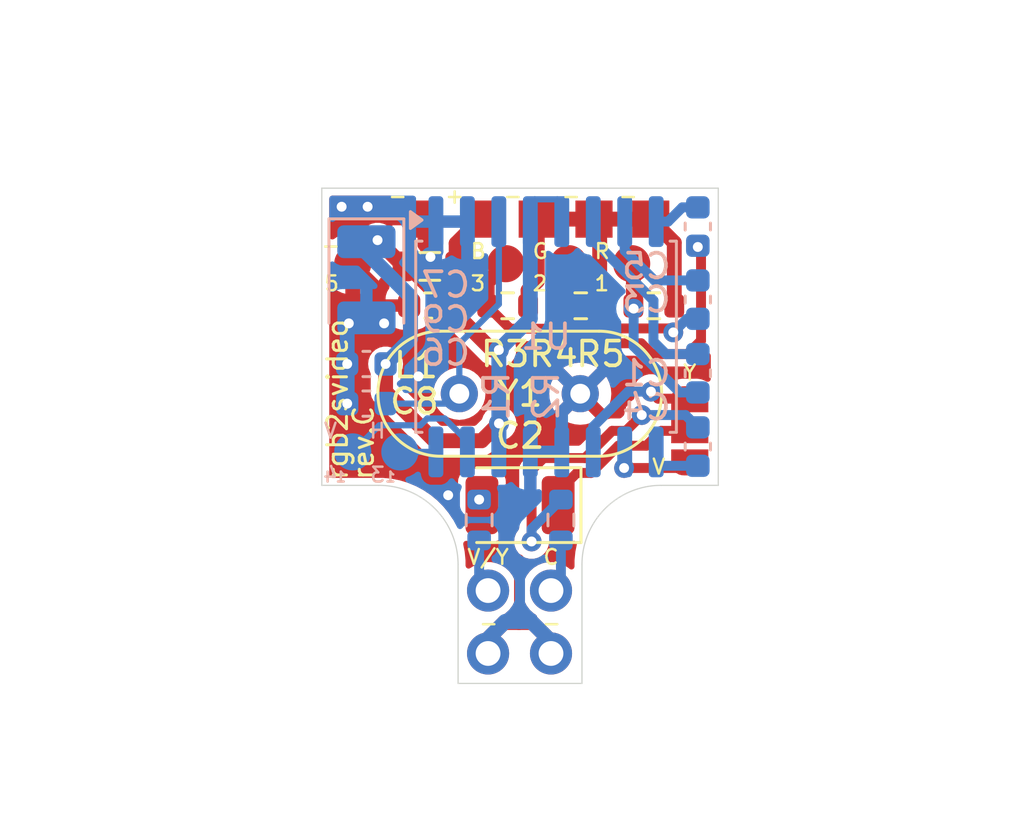
<source format=kicad_pcb>
(kicad_pcb (version 20240108) (generator "pcbnew") (generator_version "8.0")
  (title_block (title "RGB to SVideo converter") (date "2024-07-23") (rev "C") (company "Eugene Lozovoy") (comment 2 "Thickness: 1.6mm") (comment 3 "Layers: 2") (comment 4 "Dimensions: 20x16mm") (comment 5 "Min clearance: 0.2mm") (comment 6 "Min track: 0.25mm") (comment 7 "Min hole: 0.4mm") (comment 8 "Min annular ring: 0.2mm"))
  (layers (0 "F.Cu" signal) (31 "B.Cu" signal) (34 "B.Paste" user) (35 "F.Paste" user) (36 "B.SilkS" user "B.Silkscreen") (37 "F.SilkS" user "F.Silkscreen") (38 "B.Mask" user) (39 "F.Mask" user) (44 "Edge.Cuts" user))
  (net 0 "")
  (net 1 "R_IN")
  (net 2 "G_IN")
  (net 3 "B_IN")
  (net 4 "GND")
  (net 5 "+5V")
  (net 6 "Net-(U1-BIN)")
  (net 7 "Net-(U1-GIN)")
  (net 8 "Net-(U1-CRMA)")
  (net 9 "Net-(C4-Pad2)")
  (net 10 "Net-(U1-RIN)")
  (net 11 "Net-(U1-FIN)")
  (net 12 "Net-(C2-Pad2)")
  (net 13 "HSYNC_IN")
  (net 14 "VSYNC_IN")
  (net 15 "Net-(JP1-C)")
  (net 16 "Net-(J4-Pin_1)")
  (net 17 "Net-(JP1-B)")
  (net 18 "Net-(JP1-A)")
  (net 19 "/V{slash}Y")
  (net 20 "/C")
  (net 21 "GNDA")
  (footprint "TestPoint:TestPoint_Pad_D1.5mm" (layer "F.Cu") (at 148.775 99 90)
    (property "Reference" "J9" (hide yes))
    (property "Value" "Conn_01x01_Socket" (hide yes))
    (pad "1" smd circle (at 0 0 90) (size 1.5 1.5) (layers "F.Cu" "F.Mask") (net 3 "B_IN"))
  )
  (footprint "Resistor_SMD:R_0603_1608Metric" (layer "F.Cu") (at 151.8 100.7)
    (property "Reference" "R4" (at -1.1 1.95 0) (layer "F.SilkS"))
    (property "Value" "75")
    (fp_line (start -0.237258 -0.5225) (end 0.237258 -0.5225) (stroke (width 0.12)) (layer "F.SilkS"))
    (fp_line (start -0.237258 0.5225) (end 0.237258 0.5225) (stroke (width 0.12)) (layer "F.SilkS"))
    (pad "1" smd roundrect (at -0.825 0) (size 0.8 0.95) (layers "F.Cu" "F.Paste" "F.Mask") (net 2 "G_IN"))
    (pad "2" smd roundrect (at 0.825 0) (size 0.8 0.95) (layers "F.Cu" "F.Paste" "F.Mask") (net 21 "GNDA"))
  )
  (footprint "Connector_PinHeader_2.54mm:PinHeader_2x02_P2.54mm_Vertical" (layer "F.Cu") (at 148.06 114.74 90)
    (property "Reference" "J6" (hide yes))
    (property "Value" "Conn_02x02_Odd_Even" (hide yes))
    (pad "1" thru_hole circle (at 0 0 90) (size 1.7 1.7) (drill 1) (layers "*.Cu" "*.Mask") (net 4 "GND"))
    (pad "2" thru_hole oval (at 2.54 0 90) (size 1.7 1.7) (drill 1) (layers "*.Cu" "*.Mask") (net 19 "/V{slash}Y"))
    (pad "3" thru_hole oval (at 0 2.54 90) (size 1.7 1.7) (drill 1) (layers "*.Cu" "*.Mask") (net 4 "GND"))
    (pad "4" thru_hole oval (at 2.54 2.54 90) (size 1.7 1.7) (drill 1) (layers "*.Cu" "*.Mask") (net 20 "/C"))
  )
  (footprint "TestPoint:TestPoint_Pad_1.5x1.5mm" (layer "F.Cu") (at 147.755 97.2 90)
    (property "Reference" "J4" (hide yes))
    (property "Value" "Conn_01x01_Socket" (hide yes))
    (pad "1" smd rect (at 0 0 90) (size 1.5 1.5) (layers "F.Cu" "F.Mask") (net 16 "Net-(J4-Pin_1)"))
  )
  (footprint "Resistor_SMD:R_0603_1608Metric" (layer "F.Cu") (at 148.85 100.7)
    (property "Reference" "R3" (at -0.1 1.95 0) (layer "F.SilkS"))
    (property "Value" "75")
    (fp_line (start -0.237258 -0.5225) (end 0.237258 -0.5225) (stroke (width 0.12)) (layer "F.SilkS"))
    (fp_line (start -0.237258 0.5225) (end 0.237258 0.5225) (stroke (width 0.12)) (layer "F.SilkS"))
    (pad "1" smd roundrect (at -0.825 0) (size 0.8 0.95) (layers "F.Cu" "F.Paste" "F.Mask") (net 3 "B_IN"))
    (pad "2" smd roundrect (at 0.825 0) (size 0.8 0.95) (layers "F.Cu" "F.Paste" "F.Mask") (net 21 "GNDA"))
  )
  (footprint "Jumper:SolderJumper-3_P1.3mm_Open_RoundedPad1.0x1.5mm" (layer "F.Cu") (at 156.2 105.75 90)
    (property "Reference" "JP1")
    (property "Value" "SolderJumper_3_Bridged12" (hide yes))
    (pad "1" smd custom (at -1.3 0 90) (size 1 0.5) (layers "F.Cu" "F.Mask") (net 18 "Net-(JP1-A)") (options (clearance outline) (anchor rect)) (primitives (gr_circle (center 0 0.25) (end 0.5 0.25) (width 0) (fill yes)) (gr_circle (center 0 -0.25) (end 0.5 -0.25) (width 0) (fill yes)) (gr_poly (pts (xy 0.55 0.75) (xy 0 0.75) (xy 0 -0.75) (xy 0.55 -0.75)) (width 0) (fill yes))))
    (pad "2" smd rect (at 0 0 90) (size 1 1.5) (layers "F.Cu" "F.Mask") (net 15 "Net-(JP1-C)"))
    (pad "3" smd custom (at 1.3 0 90) (size 1 0.5) (layers "F.Cu" "F.Mask") (net 17 "Net-(JP1-B)") (options (clearance outline) (anchor rect)) (primitives (gr_circle (center 0 0.25) (end 0.5 0.25) (width 0) (fill yes)) (gr_circle (center 0 -0.25) (end 0.5 -0.25) (width 0) (fill yes)) (gr_poly (pts (xy 0 0.75) (xy -0.55 0.75) (xy -0.55 -0.75) (xy 0 -0.75)) (width 0) (fill yes))))
  )
  (footprint "Inductor_SMD:L_0805_2012Metric" (layer "F.Cu") (at 145.71 99.11 180)
    (property "Reference" "L1" (at 0.56 -3.99 0) (layer "F.SilkS"))
    (property "Value" "BLM21AG102SN1")
    (fp_line (start -0.399622 0.56) (end 0.399622 0.56) (stroke (width 0.12)) (layer "F.SilkS"))
    (fp_line (start -0.399622 -0.56) (end 0.399622 -0.56) (stroke (width 0.12)) (layer "F.SilkS"))
    (pad "1" smd roundrect (at -1.0625 0 180) (size 0.875 1.2) (layers "F.Cu" "F.Paste" "F.Mask") (net 16 "Net-(J4-Pin_1)"))
    (pad "2" smd roundrect (at 1.0625 0 180) (size 0.875 1.2) (layers "F.Cu" "F.Paste" "F.Mask") (net 5 "+5V"))
  )
  (footprint "TestPoint:TestPoint_Pad_D1.5mm" (layer "F.Cu") (at 151.315 99 90)
    (property "Reference" "J8" (hide yes))
    (property "Value" "Conn_01x01_Socket" (hide yes))
    (pad "1" smd circle (at 0 0 90) (size 1.5 1.5) (layers "F.Cu" "F.Mask") (net 2 "G_IN"))
  )
  (footprint "Capacitor_Tantalum_SMD:CP_EIA-3528-12_Kemet-T" (layer "F.Cu") (at 149.35 108.75 180)
    (property "Reference" "C2" (at 0 2.8 180) (layer "F.SilkS"))
    (property "Value" "220u")
    (fp_line (start 1.75 -1.51) (end -2.46 -1.51) (stroke (width 0.12)) (layer "F.SilkS"))
    (fp_line (start -2.46 1.51) (end 1.75 1.51) (stroke (width 0.12)) (layer "F.SilkS"))
    (fp_line (start -2.46 -1.51) (end -2.46 1.51) (stroke (width 0.12)) (layer "F.SilkS"))
    (pad "1" smd roundrect (at -1.5375 0 180) (size 1.325 2.35) (layers "F.Cu" "F.Paste" "F.Mask") (roundrect_rratio 0.188679) (net 15 "Net-(JP1-C)"))
    (pad "2" smd roundrect (at 1.5375 0 180) (size 1.325 2.35) (layers "F.Cu" "F.Paste" "F.Mask") (roundrect_rratio 0.188679) (net 12 "Net-(C2-Pad2)"))
  )
  (footprint "Crystal:Crystal_HC49-4H_Vertical" (layer "F.Cu") (at 146.9 104.25)
    (property "Reference" "Y1" (at 2.44 0 0) (layer "F.SilkS"))
    (property "Value" "4.433619 MHz")
    (fp_line (start -0.76 -2.525) (end 5.64 -2.525) (stroke (width 0.12)) (layer "F.SilkS"))
    (fp_line (start -0.76 2.525) (end 5.64 2.525) (stroke (width 0.12)) (layer "F.SilkS"))
    (fp_arc (start -0.76 2.525) (mid -3.285 0) (end -0.76 -2.525) (stroke (width 0.12)) (layer "F.SilkS"))
    (fp_arc (start 5.64 -2.525) (mid 8.165 0) (end 5.64 2.525) (stroke (width 0.12)) (layer "F.SilkS"))
    (pad "1" thru_hole circle (at 0 0) (size 1.5 1.5) (drill 0.8) (layers "*.Cu" "*.Mask") (net 11 "Net-(U1-FIN)"))
    (pad "2" thru_hole circle (at 4.88 0) (size 1.5 1.5) (drill 0.8) (layers "*.Cu" "*.Mask") (net 4 "GND"))
  )
  (footprint "TestPoint:TestPoint_Pad_D1.5mm" (layer "F.Cu") (at 142.6 99 90)
    (property "Reference" "J10" (hide yes))
    (property "Value" "Conn_01x01_Socket" (hide yes))
    (pad "1" smd circle (at 0 0 90) (size 1.5 1.5) (layers "F.Cu" "F.Mask") (net 4 "GND"))
  )
  (footprint "Resistor_SMD:R_0603_1608Metric" (layer "F.Cu") (at 154.75 100.7)
    (property "Reference" "R5" (at -2.15 1.95 0) (layer "F.SilkS"))
    (property "Value" "75")
    (fp_line (start -0.237258 -0.5225) (end 0.237258 -0.5225) (stroke (width 0.12)) (layer "F.SilkS"))
    (fp_line (start -0.237258 0.5225) (end 0.237258 0.5225) (stroke (width 0.12)) (layer "F.SilkS"))
    (pad "1" smd roundrect (at -0.825 0) (size 0.8 0.95) (layers "F.Cu" "F.Paste" "F.Mask") (net 1 "R_IN"))
    (pad "2" smd roundrect (at 0.825 0) (size 0.8 0.95) (layers "F.Cu" "F.Paste" "F.Mask") (net 21 "GNDA"))
  )
  (footprint "Capacitor_SMD:C_0603_1608Metric" (layer "F.Cu") (at 145.65 100.69 180)
    (property "Reference" "C8" (at 0.56 -3.87 0) (layer "F.SilkS"))
    (property "Value" "10u")
    (fp_line (start -0.14058 0.51) (end 0.14058 0.51) (stroke (width 0.12)) (layer "F.SilkS"))
    (fp_line (start -0.14058 -0.51) (end 0.14058 -0.51) (stroke (width 0.12)) (layer "F.SilkS"))
    (pad "1" smd roundrect (at -0.775 0 180) (size 0.9 0.95) (layers "F.Cu" "F.Paste" "F.Mask") (net 5 "+5V"))
    (pad "2" smd roundrect (at 0.775 0 180) (size 0.9 0.95) (layers "F.Cu" "F.Paste" "F.Mask") (net 4 "GND"))
  )
  (footprint "TestPoint:TestPoint_Pad_D1.5mm" (layer "F.Cu") (at 153.855 99 90)
    (property "Reference" "J7" (hide yes))
    (property "Value" "Conn_01x01_Socket" (hide yes))
    (pad "1" smd circle (at 0 0 90) (size 1.5 1.5) (layers "F.Cu" "F.Mask") (net 1 "R_IN"))
  )
  (footprint "TestPoint:TestPoint_Pad_1.5x1.5mm" (layer "F.Cu") (at 154.625 97.2 90)
    (property "Reference" "J1" (hide yes))
    (property "Value" "Conn_01x01_Socket" (hide yes))
    (pad "1" smd rect (at 0 0 90) (size 1.5 1.5) (layers "F.Cu" "F.Mask") (net 21 "GNDA"))
  )
  (footprint "TestPoint:TestPoint_Pad_1.5x1.5mm" (layer "F.Cu") (at 152.335 97.2 90)
    (property "Reference" "J2" (hide yes))
    (property "Value" "Conn_01x01_Socket" (hide yes))
    (pad "1" smd rect (at 0 0 90) (size 1.5 1.5) (layers "F.Cu" "F.Mask") (net 21 "GNDA"))
  )
  (footprint "TestPoint:TestPoint_Pad_1.5x1.5mm" (layer "F.Cu") (at 145.465 97.2 90)
    (property "Reference" "J5" (hide yes))
    (property "Value" "Conn_01x01_Socket" (hide yes))
    (pad "1" smd rect (at 0 0 90) (size 1.5 1.5) (layers "F.Cu" "F.Mask") (net 4 "GND"))
  )
  (footprint "TestPoint:TestPoint_Pad_1.5x1.5mm" (layer "F.Cu") (at 150.045 97.2 90)
    (property "Reference" "J3" (hide yes))
    (property "Value" "Conn_01x01_Socket" (hide yes))
    (pad "1" smd rect (at 0 0 90) (size 1.5 1.5) (layers "F.Cu" "F.Mask") (net 21 "GNDA"))
  )
  (footprint "Capacitor_SMD:C_0603_1608Metric" (layer "B.Cu") (at 156.525 97.5 -90)
    (property "Reference" "C5" (at 1.6 2.075 180) (layer "B.SilkS") (effects (justify mirror)))
    (property "Value" "100n")
    (fp_line (start 0.14058 0.51) (end -0.14058 0.51) (stroke (width 0.12)) (layer "B.SilkS"))
    (fp_line (start 0.14058 -0.51) (end -0.14058 -0.51) (stroke (width 0.12)) (layer "B.SilkS"))
    (pad "1" smd roundrect (at -0.775 0 270) (size 0.9 0.95) (layers "B.Cu" "B.Paste" "B.Mask") (net 6 "Net-(U1-BIN)"))
    (pad "2" smd roundrect (at 0.775 0 270) (size 0.9 0.95) (layers "B.Cu" "B.Paste" "B.Mask") (net 3 "B_IN"))
  )
  (footprint "Capacitor_Tantalum_SMD:CP_EIA-3528-12_Kemet-T" (layer "B.Cu") (at 143.15 99.65 -90)
    (property "Reference" "C7" (at 0.2 -3.2 180) (layer "B.SilkS") (effects (justify mirror)))
    (property "Value" "220u")
    (fp_line (start -2.46 1.51) (end 1.75 1.51) (stroke (width 0.12)) (layer "B.SilkS"))
    (fp_line (start -2.46 -1.51) (end -2.46 1.51) (stroke (width 0.12)) (layer "B.SilkS"))
    (fp_line (start 1.75 -1.51) (end -2.46 -1.51) (stroke (width 0.12)) (layer "B.SilkS"))
    (pad "1" smd roundrect (at -1.5375 0 270) (size 1.325 2.35) (layers "B.Cu" "B.Paste" "B.Mask") (roundrect_rratio 0.188679) (net 5 "+5V"))
    (pad "2" smd roundrect (at 1.5375 0 270) (size 1.325 2.35) (layers "B.Cu" "B.Paste" "B.Mask") (roundrect_rratio 0.188679) (net 4 "GND"))
  )
  (footprint "Capacitor_SMD:C_0603_1608Metric" (layer "B.Cu") (at 156.525 103.425 -90)
    (property "Reference" "C1" (at 0 2.075 180) (layer "B.SilkS") (effects (justify mirror)))
    (property "Value" "100n")
    (fp_line (start 0.14058 0.51) (end -0.14058 0.51) (stroke (width 0.12)) (layer "B.SilkS"))
    (fp_line (start 0.14058 -0.51) (end -0.14058 -0.51) (stroke (width 0.12)) (layer "B.SilkS"))
    (pad "1" smd roundrect (at -0.775 0 270) (size 0.9 0.95) (layers "B.Cu" "B.Paste" "B.Mask") (net 10 "Net-(U1-RIN)"))
    (pad "2" smd roundrect (at 0.775 0 270) (size 0.9 0.95) (layers "B.Cu" "B.Paste" "B.Mask") (net 1 "R_IN"))
  )
  (footprint "TestPoint:TestPoint_Pad_D1.5mm" (layer "B.Cu") (at 142.6 106.6 90)
    (property "Reference" "J12" (hide yes))
    (property "Value" "Conn_01x01_Socket" (hide yes))
    (pad "1" smd circle (at 0 0 90) (size 1.5 1.5) (layers "B.Cu" "B.Mask") (net 14 "VSYNC_IN"))
  )
  (footprint "Capacitor_SMD:C_0603_1608Metric" (layer "B.Cu") (at 156.525 106.385 90)
    (property "Reference" "C4" (at 1.585 -2.075 180) (layer "B.SilkS") (effects (justify mirror)))
    (property "Value" "470n")
    (fp_line (start 0.14058 -0.51) (end -0.14058 -0.51) (stroke (width 0.12)) (layer "B.SilkS"))
    (fp_line (start 0.14058 0.51) (end -0.14058 0.51) (stroke (width 0.12)) (layer "B.SilkS"))
    (pad "1" smd roundrect (at -0.775 0 90) (size 0.9 0.95) (layers "B.Cu" "B.Paste" "B.Mask") (net 8 "Net-(U1-CRMA)"))
    (pad "2" smd roundrect (at 0.775 0 90) (size 0.9 0.95) (layers "B.Cu" "B.Paste" "B.Mask") (net 9 "Net-(C4-Pad2)"))
  )
  (footprint "Capacitor_SMD:C_0603_1608Metric" (layer "B.Cu") (at 156.525 100.45 -90)
    (property "Reference" "C3" (at 0 2.075 180) (layer "B.SilkS") (effects (justify mirror)))
    (property "Value" "100n")
    (fp_line (start 0.14058 0.51) (end -0.14058 0.51) (stroke (width 0.12)) (layer "B.SilkS"))
    (fp_line (start 0.14058 -0.51) (end -0.14058 -0.51) (stroke (width 0.12)) (layer "B.SilkS"))
    (pad "1" smd roundrect (at -0.775 0 270) (size 0.9 0.95) (layers "B.Cu" "B.Paste" "B.Mask") (net 7 "Net-(U1-GIN)"))
    (pad "2" smd roundrect (at 0.775 0 270) (size 0.9 0.95) (layers "B.Cu" "B.Paste" "B.Mask") (net 2 "G_IN"))
  )
  (footprint "TestPoint:TestPoint_Pad_D1.5mm" (layer "B.Cu") (at 144.5 106.6 90)
    (property "Reference" "J11" (hide yes))
    (property "Value" "Conn_01x01_Socket" (hide yes))
    (pad "1" smd circle (at 0 0 90) (size 1.5 1.5) (layers "B.Cu" "B.Mask") (net 13 "HSYNC_IN"))
  )
  (footprint "Capacitor_SMD:C_0603_1608Metric" (layer "B.Cu") (at 143.15 104.65 180)
    (property "Reference" "C6" (at -3.2 2.05 180) (layer "B.SilkS") (effects (justify mirror)))
    (property "Value" "7-15p")
    (fp_line (start 0.14058 0.51) (end -0.14058 0.51) (stroke (width 0.12)) (layer "B.SilkS"))
    (fp_line (start 0.14058 -0.51) (end -0.14058 -0.51) (stroke (width 0.12)) (layer "B.SilkS"))
    (pad "1" smd roundrect (at -0.775 0 180) (size 0.9 0.95) (layers "B.Cu" "B.Paste" "B.Mask") (net 11 "Net-(U1-FIN)"))
    (pad "2" smd roundrect (at 0.775 0 180) (size 0.9 0.95) (layers "B.Cu" "B.Paste" "B.Mask") (net 4 "GND"))
  )
  (footprint "Package_SO:SOIC-16W_7.5x10.3mm_P1.27mm" (layer "B.Cu") (at 150.4 101.95 -90)
    (property "Reference" "U1" (at 0 0 180) (layer "B.SilkS") (effects (justify mirror)))
    (property "Value" "AD724")
    (fp_line (start -3.86 5.26) (end 0 5.26) (stroke (width 0.12)) (layer "B.SilkS"))
    (fp_line (start 3.86 5.26) (end 0 5.26) (stroke (width 0.12)) (layer "B.SilkS"))
    (fp_line (start -3.86 5.005) (end -3.86 5.26) (stroke (width 0.12)) (layer "B.SilkS"))
    (fp_line (start 3.86 5.005) (end 3.86 5.26) (stroke (width 0.12)) (layer "B.SilkS"))
    (fp_line (start -3.86 -5.005) (end -3.86 -5.26) (stroke (width 0.12)) (layer "B.SilkS"))
    (fp_line (start 3.86 -5.005) (end 3.86 -5.26) (stroke (width 0.12)) (layer "B.SilkS"))
    (fp_line (start -3.86 -5.26) (end 0 -5.26) (stroke (width 0.12)) (layer "B.SilkS"))
    (fp_line (start 3.86 -5.26) (end 0 -5.26) (stroke (width 0.12)) (layer "B.SilkS"))
    (fp_poly (pts (xy -4.7125 5.005) (xy -5.0525 5.475) (xy -4.3725 5.475) (xy -4.7125 5.005)) (stroke (width 0.12)) (fill solid) (layer "B.SilkS"))
    (pad "1" smd roundrect (at -4.65 4.445 270) (size 2.05 0.6) (layers "B.Cu" "B.Paste" "B.Mask") (net 4 "GND"))
    (pad "2" smd roundrect (at -4.65 3.175 270) (size 2.05 0.6) (layers "B.Cu" "B.Paste" "B.Mask") (net 4 "GND"))
    (pad "3" smd roundrect (at -4.65 1.905 270) (size 2.05 0.6) (layers "B.Cu" "B.Paste" "B.Mask") (net 11 "Net-(U1-FIN)"))
    (pad "4" smd roundrect (at -4.65 0.635 270) (size 2.05 0.6) (layers "B.Cu" "B.Paste" "B.Mask") (net 5 "+5V"))
    (pad "5" smd roundrect (at -4.65 -0.635 270) (size 2.05 0.6) (layers "B.Cu" "B.Paste" "B.Mask") (net 5 "+5V"))
    (pad "6" smd roundrect (at -4.65 -1.905 270) (size 2.05 0.6) (layers "B.Cu" "B.Paste" "B.Mask") (net 10 "Net-(U1-RIN)"))
    (pad "7" smd roundrect (at -4.65 -3.175 270) (size 2.05 0.6) (layers "B.Cu" "B.Paste" "B.Mask") (net 7 "Net-(U1-GIN)"))
    (pad "8" smd roundrect (at -4.65 -4.445 270) (size 2.05 0.6) (layers "B.Cu" "B.Paste" "B.Mask") (net 6 "Net-(U1-BIN)"))
    (pad "9" smd roundrect (at 4.65 -4.445 270) (size 2.05 0.6) (layers "B.Cu" "B.Paste" "B.Mask") (net 8 "Net-(U1-CRMA)"))
    (pad "10" smd roundrect (at 4.65 -3.175 270) (size 2.05 0.6) (layers "B.Cu" "B.Paste" "B.Mask") (net 18 "Net-(JP1-A)"))
    (pad "11" smd roundrect (at 4.65 -1.905 270) (size 2.05 0.6) (layers "B.Cu" "B.Paste" "B.Mask") (net 17 "Net-(JP1-B)"))
    (pad "12" smd roundrect (at 4.65 -0.635 270) (size 2.05 0.6) (layers "B.Cu" "B.Paste" "B.Mask") (net 4 "GND"))
    (pad "13" smd roundrect (at 4.65 0.635 270) (size 2.05 0.6) (layers "B.Cu" "B.Paste" "B.Mask") (net 4 "GND"))
    (pad "14" smd roundrect (at 4.65 1.905 270) (size 2.05 0.6) (layers "B.Cu" "B.Paste" "B.Mask") (net 5 "+5V"))
    (pad "15" smd roundrect (at 4.65 3.175 270) (size 2.05 0.6) (layers "B.Cu" "B.Paste" "B.Mask") (net 14 "VSYNC_IN"))
    (pad "16" smd roundrect (at 4.65 4.445 270) (size 2.05 0.6) (layers "B.Cu" "B.Paste" "B.Mask") (net 13 "HSYNC_IN"))
  )
  (footprint "Capacitor_SMD:C_0603_1608Metric" (layer "B.Cu") (at 143.15 103.05 180)
    (property "Reference" "C9" (at -3.2 1.8 0) (layer "B.SilkS") (effects (justify mirror)))
    (property "Value" "10u")
    (fp_line (start 0.14058 0.51) (end -0.14058 0.51) (stroke (width 0.12)) (layer "B.SilkS"))
    (fp_line (start 0.14058 -0.51) (end -0.14058 -0.51) (stroke (width 0.12)) (layer "B.SilkS"))
    (pad "1" smd roundrect (at -0.775 0 180) (size 0.9 0.95) (layers "B.Cu" "B.Paste" "B.Mask") (net 5 "+5V"))
    (pad "2" smd roundrect (at 0.775 0 180) (size 0.9 0.95) (layers "B.Cu" "B.Paste" "B.Mask") (net 4 "GND"))
  )
  (footprint "Resistor_SMD:R_0603_1608Metric" (layer "B.Cu") (at 147.7 109.35 90)
    (property "Reference" "R1" (at 5 0.7 90) (layer "B.SilkS") (effects (justify mirror)))
    (property "Value" "75")
    (fp_line (start 0.237258 -0.5225) (end -0.237258 -0.5225) (stroke (width 0.12)) (layer "B.SilkS"))
    (fp_line (start 0.237258 0.5225) (end -0.237258 0.5225) (stroke (width 0.12)) (layer "B.SilkS"))
    (pad "1" smd roundrect (at -0.825 0 90) (size 0.8 0.95) (layers "B.Cu" "B.Paste" "B.Mask") (net 19 "/V{slash}Y"))
    (pad "2" smd roundrect (at 0.825 0 90) (size 0.8 0.95) (layers "B.Cu" "B.Paste" "B.Mask") (net 12 "Net-(C2-Pad2)"))
  )
  (footprint "Resistor_SMD:R_0603_1608Metric" (layer "B.Cu") (at 151 109.35 90)
    (property "Reference" "R2" (at 5 -0.6 90) (layer "B.SilkS") (effects (justify mirror)))
    (property "Value" "75")
    (fp_line (start 0.237258 -0.5225) (end -0.237258 -0.5225) (stroke (width 0.12)) (layer "B.SilkS"))
    (fp_line (start 0.237258 0.5225) (end -0.237258 0.5225) (stroke (width 0.12)) (layer "B.SilkS"))
    (pad "1" smd roundrect (at -0.825 0 90) (size 0.8 0.95) (layers "B.Cu" "B.Paste" "B.Mask") (net 20 "/C"))
    (pad "2" smd roundrect (at 0.825 0 90) (size 0.8 0.95) (layers "B.Cu" "B.Paste" "B.Mask") (net 9 "Net-(C4-Pad2)"))
  )
  (gr_line (start 157.35 107.95) (end 155.05 107.95) (stroke (width 0.05)) (layer "Edge.Cuts"))
  (gr_line (start 143.65 107.95) (end 141.35 107.95) (stroke (width 0.05)) (layer "Edge.Cuts"))
  (gr_line (start 151.85 115.95) (end 151.85 111.15) (stroke (width 0.05)) (layer "Edge.Cuts"))
  (gr_line (start 141.35 95.95) (end 157.35 95.95) (stroke (width 0.05)) (layer "Edge.Cuts"))
  (gr_line (start 141.35 107.95) (end 141.35 95.95) (stroke (width 0.05)) (layer "Edge.Cuts"))
  (gr_arc (start 151.85 111.15) (mid 152.787258 108.887258) (end 155.05 107.95) (stroke (width 0.05)) (layer "Edge.Cuts"))
  (gr_line (start 151.85 115.95) (end 146.85 115.95) (stroke (width 0.05)) (layer "Edge.Cuts"))
  (gr_line (start 157.35 95.95) (end 157.35 107.95) (stroke (width 0.05)) (layer "Edge.Cuts"))
  (gr_line (start 146.85 111.15) (end 146.85 115.95) (stroke (width 0.05)) (layer "Edge.Cuts"))
  (gr_arc (start 143.65 107.95) (mid 145.912742 108.887258) (end 146.85 111.15) (stroke (width 0.05)) (layer "Edge.Cuts"))
  (gr_text "4" (at 142.05 107.875 0) (layer "B.SilkS") (effects (font (size 0.6 0.6) (thickness 0.1) (bold yes)) (justify left bottom mirror)))
  (gr_text "1" (at 144.375 107.85 0) (layer "B.SilkS") (effects (font (size 0.4 0.4) (thickness 0.1)) (justify left bottom mirror)))
  (gr_text "V" (at 142.025 106.1 0) (layer "B.SilkS") (effects (font (size 0.6 0.6) (thickness 0.1) (bold yes)) (justify left bottom mirror)))
  (gr_text "H" (at 143.975 106.1 0) (layer "B.SilkS") (effects (font (size 0.6 0.6) (thickness 0.1) (bold yes)) (justify left bottom mirror)))
  (gr_text "1" (at 142.375 107.85 0) (layer "B.SilkS") (effects (font (size 0.4 0.4) (thickness 0.1)) (justify left bottom mirror)))
  (gr_text "3" (at 143.95 107.875 0) (layer "B.SilkS") (effects (font (size 0.6 0.6) (thickness 0.1) (bold yes)) (justify left bottom mirror)))
  (gr_text "V/Y" (at 148.06 111.2 0) (layer "F.SilkS") (effects (font (size 0.6 0.6) (thickness 0.1) (bold yes)) (justify bottom)))
  (gr_text "-" (at 151.061429 113.25 180) (layer "F.SilkS") (effects (font (size 0.6 0.6) (thickness 0.1) (bold yes)) (justify left bottom)))
  (gr_text "-" (at 142.15 98 180) (layer "F.SilkS") (effects (font (size 0.6 0.6) (thickness 0.1) (bold yes)) (justify left bottom)))
  (gr_text "2" (at 149.8 100.15 0) (layer "F.SilkS") (effects (font (size 0.6 0.6) (thickness 0.1) (bold yes)) (justify left bottom)))
  (gr_text "V" (at 154.95 107.55 0) (layer "F.SilkS") (effects (font (size 0.6 0.6) (thickness 0.1) (bold yes)) (justify bottom)))
  (gr_text "B" (at 147.3 98.85 0) (layer "F.SilkS") (effects (font (size 0.6 0.6) (thickness 0.1) (bold yes)) (justify left bottom)))
  (gr_text "3" (at 147.3 100.15 0) (layer "F.SilkS") (effects (font (size 0.6 0.6) (thickness 0.1) (bold yes)) (justify left bottom)))
  (gr_text "-" (at 151.85 96 180) (layer "F.SilkS") (effects (font (size 0.6 0.6) (thickness 0.1) (bold yes)) (justify left bottom)))
  (gr_text "-" (at 148.521429 113.25 180) (layer "F.SilkS") (effects (font (size 0.6 0.6) (thickness 0.1) (bold yes)) (justify left bottom)))
  (gr_text "rgb2svideo" (at 142.45 107.8 90) (layer "F.SilkS") (effects (font (size 0.8 0.8) (thickness 0.12)) (justify left bottom)))
  (gr_text "rev.${REVISION}" (at 143.5 107.8 90) (layer "F.SilkS") (effects (font (size 0.8 0.8) (thickness 0.12)) (justify left bottom)))
  (gr_text "-" (at 144.85 96 180) (layer "F.SilkS") (effects (font (size 0.6 0.6) (thickness 0.1) (bold yes)) (justify left bottom)))
  (gr_text "R" (at 152.3 98.85 0) (layer "F.SilkS") (effects (font (size 0.6 0.6) (thickness 0.1) (bold yes)) (justify left bottom)))
  (gr_text "-" (at 149.5 96 180) (layer "F.SilkS") (effects (font (size 0.6 0.6) (thickness 0.1) (bold yes)) (justify left bottom)))
  (gr_text "+" (at 147.15 96 180) (layer "F.SilkS") (effects (font (size 0.6 0.6) (thickness 0.1) (bold yes)) (justify left bottom)))
  (gr_text "5" (at 141.398571 100.15 0) (layer "F.SilkS") (effects (font (size 0.6 0.6) (thickness 0.1) (bold yes)) (justify left bottom)))
  (gr_text "-" (at 154.15 96 180) (layer "F.SilkS") (effects (font (size 0.6 0.6) (thickness 0.1) (bold yes)) (justify left bottom)))
  (gr_text "G" (at 149.8 98.85 0) (layer "F.SilkS") (effects (font (size 0.6 0.6) (thickness 0.1) (bold yes)) (justify left bottom)))
  (gr_text "Y" (at 156.2 103.75 0) (layer "F.SilkS") (effects (font (size 0.6 0.6) (thickness 0.1) (bold yes)) (justify bottom)))
  (gr_text "1" (at 152.3 100.15 0) (layer "F.SilkS") (effects (font (size 0.6 0.6) (thickness 0.1) (bold yes)) (justify left bottom)))
  (gr_text "C" (at 150.6 111.2 0) (layer "F.SilkS") (effects (font (size 0.6 0.6) (thickness 0.1) (bold yes)) (justify bottom)))
  (segment (start 153.93505 100.81495) (end 153.925 100.8049) (width 0.4) (layer "F.Cu") (net 1))
  (segment (start 153.925 99.07) (end 153.855 99) (width 0.6) (layer "F.Cu") (net 1))
  (segment (start 153.925 100.8049) (end 153.925 100.7) (width 0.4) (layer "F.Cu") (net 1))
  (segment (start 153.925 100.7) (end 153.925 99.07) (width 0.6) (layer "F.Cu") (net 1))
  (via (at 153.93505 100.81495) (size 0.8) (drill 0.4) (layers "F.Cu" "B.Cu") (net 1))
  (segment (start 153.93505 102.33505) (end 155.8 104.2) (width 0.4) (layer "B.Cu") (net 1))
  (segment (start 153.93505 100.81495) (end 153.93505 102.33505) (width 0.4) (layer "B.Cu") (net 1))
  (segment (start 155.8 104.2) (end 156.525 104.2) (width 0.4) (layer "B.Cu") (net 1))
  (segment (start 150.975 100.7) (end 150.975 99.34) (width 0.6) (layer "F.Cu") (net 2))
  (segment (start 155.375001 101.61495) (end 151.88995 101.61495) (width 0.4) (layer "F.Cu") (net 2))
  (segment (start 155.53505 101.774999) (end 155.375001 101.61495) (width 0.4) (layer "F.Cu") (net 2))
  (segment (start 151.88995 101.61495) (end 150.975 100.7) (width 0.4) (layer "F.Cu") (net 2))
  (segment (start 150.975 99.34) (end 151.315 99) (width 0.6) (layer "F.Cu") (net 2))
  (via (at 155.53505 101.774999) (size 0.8) (drill 0.4) (layers "F.Cu" "B.Cu") (net 2))
  (segment (start 155.53505 101.774999) (end 156.085049 101.225) (width 0.4) (layer "B.Cu") (net 2))
  (segment (start 156.085049 101.225) (end 156.525 101.225) (width 0.4) (layer "B.Cu") (net 2))
  (segment (start 148.025 99.75) (end 148.775 99) (width 0.6) (layer "F.Cu") (net 3))
  (segment (start 148.025 100.7) (end 148.025 99.75) (width 0.6) (layer "F.Cu") (net 3))
  (segment (start 151.051472 101.625) (end 148.95 101.625) (width 0.4) (layer "F.Cu") (net 3))
  (segment (start 151.641422 102.21495) (end 151.051472 101.625) (width 0.4) (layer "F.Cu") (net 3))
  (segment (start 156.525 98.275) (end 156.654928 98.404928) (width 0.4) (layer "F.Cu") (net 3))
  (segment (start 156.654928 102.104927) (end 156.109855 102.65) (width 0.4) (layer "F.Cu") (net 3))
  (segment (start 156.654928 98.404928) (end 156.654928 102.104927) (width 0.4) (layer "F.Cu") (net 3))
  (segment (start 156.109855 102.65) (end 154.675 102.65) (width 0.4) (layer "F.Cu") (net 3))
  (segment (start 154.675 102.65) (end 154.23995 102.21495) (width 0.4) (layer "F.Cu") (net 3))
  (segment (start 154.23995 102.21495) (end 151.641422 102.21495) (width 0.4) (layer "F.Cu") (net 3))
  (segment (start 148.95 101.625) (end 148.025 100.7) (width 0.4) (layer "F.Cu") (net 3))
  (via (at 156.525 98.325) (size 0.8) (drill 0.4) (layers "F.Cu" "B.Cu") (net 3))
  (segment (start 150.6 114.74) (end 150.6 114.25) (width 0.4) (layer "F.Cu") (net 4))
  (segment (start 142.6 99) (end 142.6 100.38) (width 0.6) (layer "F.Cu") (net 4))
  (segment (start 149.31 113.49) (end 149.31 110.935) (width 0.4) (layer "F.Cu") (net 4))
  (segment (start 148.06 114.14) (end 148.71 113.49) (width 0.6) (layer "F.Cu") (net 4))
  (segment (start 142.6 99) (end 142.6 97.6) (width 0.6) (layer "F.Cu") (net 4))
  (segment (start 149.84 113.49) (end 149.31 113.49) (width 0.6) (layer "F.Cu") (net 4))
  (segment (start 150.6 114.25) (end 149.84 113.49) (width 0.6) (layer "F.Cu") (net 4))
  (segment (start 148.71 113.49) (end 149.31 113.49) (width 0.6) (layer "F.Cu") (net 4))
  (segment (start 145.015 96.75) (end 143.25 96.75) (width 0.6) (layer "F.Cu") (net 4))
  (segment (start 145.735 97.47) (end 145.015 96.75) (width 0.6) (layer "F.Cu") (net 4))
  (segment (start 148.06 114.74) (end 148.06 114.14) (width 0.4) (layer "F.Cu") (net 4))
  (segment (start 143.25 96.75) (end 143.2 96.7) (width 0.6) (layer "F.Cu") (net 4))
  (segment (start 145.735 98.727208) (end 145.735 97.47) (width 0.6) (layer "F.Cu") (net 4))
  (via (at 146.45 108.35) (size 0.8) (drill 0.4) (layers "F.Cu" "B.Cu") (net 4))
  (via (at 143.865 101.41) (size 0.8) (drill 0.4) (layers "F.Cu" "B.Cu") (net 4))
  (via (at 142.375 104.65) (size 0.8) (drill 0.4) (layers "F.Cu" "B.Cu") (net 4))
  (via (at 145.735 98.727208) (size 0.8) (drill 0.4) (layers "F.Cu" "B.Cu") (net 4))
  (via (at 145.25 103.55) (size 0.8) (drill 0.4) (layers "F.Cu" "B.Cu") (net 4))
  (via (at 142.15 96.7) (size 0.8) (drill 0.4) (layers "F.Cu" "B.Cu") (net 4))
  (via (at 142.44 101.41) (size 0.8) (drill 0.4) (layers "F.Cu" "B.Cu") (net 4))
  (via (at 143.2 96.7) (size 0.8) (drill 0.4) (layers "F.Cu" "B.Cu") (net 4))
  (via (at 142.375 103.05) (size 0.8) (drill 0.4) (layers "F.Cu" "B.Cu") (net 4))
  (segment (start 149.35 113.45) (end 149.8 113.45) (width 0.6) (layer "B.Cu") (net 4))
  (segment (start 145.955 98.507208) (end 145.735 98.727208) (width 0.6) (layer "B.Cu") (net 4))
  (segment (start 142.375 103.05) (end 142.375 104.65) (width 0.6) (layer "B.Cu") (net 4))
  (segment (start 150.6 114.25) (end 150.6 114.74) (width 0.4) (layer "B.Cu") (net 4))
  (segment (start 148.06 114.14) (end 148.75 113.45) (width 0.6) (layer "B.Cu") (net 4))
  (segment (start 149.8 113.45) (end 150.6 114.25) (width 0.6) (layer "B.Cu") (net 4))
  (segment (start 149.35 113.45) (end 149.35 111.5) (width 0.4) (layer "B.Cu") (net 4))
  (segment (start 142.375 101.475) (end 142.44 101.41) (width 0.6) (layer "B.Cu") (net 4))
  (segment (start 142.375 103.05) (end 142.375 101.475) (width 0.6) (layer "B.Cu") (net 4))
  (segment (start 148.75 113.45) (end 149.35 113.45) (width 0.6) (layer "B.Cu") (net 4))
  (segment (start 145.955 97.3) (end 145.955 98.507208) (width 0.6) (layer "B.Cu") (net 4))
  (segment (start 148.06 114.74) (end 148.06 114.14) (width 0.4) (layer "B.Cu") (net 4))
  (segment (start 145.9 106.15) (end 143.925 104.175) (width 0.6) (layer "F.Cu") (net 5))
  (segment (start 144.6475 99.11) (end 144.6475 99.0975) (width 0.6) (layer "F.Cu") (net 5))
  (segment (start 144.6475 99.0975) (end 143.6 98.05) (width 0.6) (layer "F.Cu") (net 5))
  (segment (start 144.6475 99.11) (end 144.845 99.11) (width 0.6) (layer "F.Cu") (net 5))
  (segment (start 144.845 99.11) (end 146.425 100.69) (width 0.6) (layer "F.Cu") (net 5))
  (segment (start 148.22 102.485) (end 146.425 100.69) (width 0.6) (layer "F.Cu") (net 5))
  (segment (start 143.925 104.175) (end 143.925 103.05) (width 0.6) (layer "F.Cu") (net 5))
  (segment (start 148.495 102.485) (end 148.22 102.485) (width 0.6) (layer "F.Cu") (net 5))
  (segment (start 147.8 106.15) (end 145.9 106.15) (width 0.6) (layer "F.Cu") (net 5))
  (segment (start 148.5 105.45) (end 147.8 106.15) (width 0.6) (layer "F.Cu") (net 5))
  (via (at 143.925 103.05) (size 0.8) (drill 0.4) (layers "F.Cu" "B.Cu") (net 5))
  (via (at 143.6 98.05) (size 0.8) (drill 0.4) (layers "F.Cu" "B.Cu") (net 5))
  (via (at 148.495 102.485) (size 0.8) (drill 0.4) (layers "F.Cu" "B.Cu") (net 5))
  (via (at 148.5 105.45) (size 0.8) (drill 0.4) (layers "F.Cu" "B.Cu") (net 5))
  (segment (start 149.765 96.585) (end 149.765 97.3) (width 0.25) (layer "B.Cu") (net 5))
  (segment (start 149.765 97.3) (end 149.765 101.215) (width 0.6) (layer "B.Cu") (net 5))
  (segment (start 143.5375 98.1125) (end 143.15 98.1125) (width 0.6) (layer "B.Cu") (net 5))
  (segment (start 151.035 97.3) (end 151.035 96.585) (width 0.25) (layer "B.Cu") (net 5))
  (segment (start 143.15 98.1125) (end 143.15 98.55) (width 0.6) (layer "B.Cu") (net 5))
  (segment (start 144.93 102.045) (end 143.925 103.05) (width 0.6) (layer "B.Cu") (net 5))
  (segment (start 143.15 98.55) (end 144.93 100.33) (width 0.6) (layer "B.Cu") (net 5))
  (segment (start 143.6 98.05) (end 143.5375 98.1125) (width 0.6) (layer "B.Cu") (net 5))
  (segment (start 144.93 100.33) (end 144.93 102.045) (width 0.6) (layer "B.Cu") (net 5))
  (segment (start 150.85 96.4) (end 149.95 96.4) (width 0.25) (layer "B.Cu") (net 5))
  (segment (start 149.765 101.215) (end 148.495 102.485) (width 0.6) (layer "B.Cu") (net 5))
  (segment (start 149.95 96.4) (end 149.765 96.585) (width 0.25) (layer "B.Cu") (net 5))
  (segment (start 151.035 96.585) (end 150.85 96.4) (width 0.25) (layer "B.Cu") (net 5))
  (segment (start 148.495 102.485) (end 148.495 106.6) (width 0.6) (layer "B.Cu") (net 5))
  (segment (start 156.525 96.725) (end 155.9 96.725) (width 0.4) (layer "B.Cu") (net 6))
  (segment (start 155.9 96.725) (end 155.325 97.3) (width 0.4) (layer "B.Cu") (net 6))
  (segment (start 155.325 97.3) (end 154.845 97.3) (width 0.4) (layer "B.Cu") (net 6))
  (segment (start 153.575 97.3) (end 153.575 98.475) (width 0.4) (layer "B.Cu") (net 7))
  (segment (start 154.775 99.675) (end 156.525 99.675) (width 0.4) (layer "B.Cu") (net 7))
  (segment (start 153.575 98.475) (end 154.775 99.675) (width 0.4) (layer "B.Cu") (net 7))
  (segment (start 156.525 107.16) (end 154.86 107.16) (width 0.4) (layer "B.Cu") (net 8))
  (segment (start 154.86 107.16) (end 154.85 107.15) (width 0.4) (layer "B.Cu") (net 8))
  (segment (start 153.624681 105.75) (end 153.070101 105.75) (width 0.4) (layer "F.Cu") (net 9))
  (segment (start 153.070101 105.75) (end 151.970101 106.85) (width 0.4) (layer "F.Cu") (net 9))
  (segment (start 149.816387 107.333613) (end 149.816387 110.2174) (width 0.4) (layer "F.Cu") (net 9))
  (segment (start 150.3 106.85) (end 149.816387 107.333613) (width 0.4) (layer "F.Cu") (net 9))
  (segment (start 151.970101 106.85) (end 150.3 106.85) (width 0.4) (layer "F.Cu") (net 9))
  (segment (start 154.263138 105.111543) (end 153.624681 105.75) (width 0.4) (layer "F.Cu") (net 9))
  (via (at 149.816387 110.2174) (size 0.8) (drill 0.4) (layers "F.Cu" "B.Cu") (net 9))
  (via (at 154.263138 105.111543) (size 0.8) (drill 0.4) (layers "F.Cu" "B.Cu") (net 9))
  (segment (start 149.816387 109.708613) (end 151 108.525) (width 0.4) (layer "B.Cu") (net 9))
  (segment (start 156.525 105.61) (end 156.026543 105.111543) (width 0.4) (layer "B.Cu") (net 9))
  (segment (start 156.026543 105.111543) (end 154.263138 105.111543) (width 0.4) (layer "B.Cu") (net 9))
  (segment (start 149.816387 110.2174) (end 149.816387 109.708613) (width 0.4) (layer "B.Cu") (net 9))
  (segment (start 154.73505 100.483578) (end 154.73505 102.141421) (width 0.4) (layer "B.Cu") (net 10))
  (segment (start 154.73505 102.141421) (end 155.243629 102.65) (width 0.4) (layer "B.Cu") (net 10))
  (segment (start 152.305 98.053528) (end 154.73505 100.483578) (width 0.4) (layer "B.Cu") (net 10))
  (segment (start 152.305 97.3) (end 152.305 98.053528) (width 0.4) (layer "B.Cu") (net 10))
  (segment (start 155.243629 102.65) (end 156.525 102.65) (width 0.4) (layer "B.Cu") (net 10))
  (segment (start 143.925 104.65) (end 146.5 104.65) (width 0.25) (layer "B.Cu") (net 11))
  (segment (start 148.495 97.3) (end 148.495 100.635) (width 0.25) (layer "B.Cu") (net 11))
  (segment (start 146.9 102.23) (end 146.9 104.25) (width 0.25) (layer "B.Cu") (net 11))
  (segment (start 148.495 100.635) (end 146.9 102.23) (width 0.25) (layer "B.Cu") (net 11))
  (segment (start 146.5 104.65) (end 146.9 104.25) (width 0.25) (layer "B.Cu") (net 11))
  (via (at 147.7 108.525) (size 0.8) (drill 0.4) (layers "F.Cu" "B.Cu") (net 12))
  (segment (start 144.5 106.6) (end 145.955 106.6) (width 0.25) (layer "B.Cu") (net 13))
  (segment (start 146.305908 105.25) (end 145.604092 105.25) (width 0.25) (layer "B.Cu") (net 14))
  (segment (start 143.675 105.525) (end 142.6 106.6) (width 0.25) (layer "B.Cu") (net 14))
  (segment (start 147.225 106.6) (end 147.225 106.169092) (width 0.25) (layer "B.Cu") (net 14))
  (segment (start 145.329092 105.525) (end 143.675 105.525) (width 0.25) (layer "B.Cu") (net 14))
  (segment (start 147.225 106.169092) (end 146.305908 105.25) (width 0.25) (layer "B.Cu") (net 14))
  (segment (start 145.604092 105.25) (end 145.329092 105.525) (width 0.25) (layer "B.Cu") (net 14))
  (segment (start 151.642893 107.45) (end 150.8875 108.205393) (width 0.4) (layer "F.Cu") (net 15))
  (segment (start 150.8875 108.205393) (end 150.8875 108.75) (width 0.4) (layer "F.Cu") (net 15))
  (segment (start 152.218629 107.45) (end 151.642893 107.45) (width 0.4) (layer "F.Cu") (net 15))
  (segment (start 155.05 105.75) (end 154.45 106.35) (width 0.4) (layer "F.Cu") (net 15))
  (segment (start 156.2 105.75) (end 155.05 105.75) (width 0.4) (layer "F.Cu") (net 15))
  (segment (start 154.45 106.35) (end 153.318629 106.35) (width 0.4) (layer "F.Cu") (net 15))
  (segment (start 153.318629 106.35) (end 152.218629 107.45) (width 0.4) (layer "F.Cu") (net 15))
  (segment (start 146.7725 99.11) (end 146.7725 98.1825) (width 0.6) (layer "F.Cu") (net 16))
  (segment (start 146.7725 98.1825) (end 147.755 97.2) (width 0.6) (layer "F.Cu") (net 16))
  (segment (start 154.918628 104.45) (end 156.2 104.45) (width 0.4) (layer "F.Cu") (net 17))
  (segment (start 154.634314 104.165686) (end 154.918628 104.45) (width 0.4) (layer "F.Cu") (net 17))
  (via (at 154.634314 104.165686) (size 0.8) (drill 0.4) (layers "F.Cu" "B.Cu") (net 17))
  (segment (start 153.714315 104.165686) (end 152.305 105.575001) (width 0.4) (layer "B.Cu") (net 17))
  (segment (start 154.634314 104.165686) (end 153.714315 104.165686) (width 0.4) (layer "B.Cu") (net 17))
  (segment (start 152.305 105.575001) (end 152.305 106.6) (width 0.4) (layer "B.Cu") (net 17))
  (segment (start 156 107.25) (end 156.2 107.05) (width 0.4) (layer "F.Cu") (net 18))
  (segment (start 153.55 107.25) (end 156 107.25) (width 0.4) (layer "F.Cu") (net 18))
  (via (at 153.55 107.25) (size 0.8) (drill 0.4) (layers "F.Cu" "B.Cu") (net 18))
  (segment (start 153.575 106.6) (end 153.575 107.225) (width 0.4) (layer "B.Cu") (net 18))
  (segment (start 153.575 107.225) (end 153.55 107.25) (width 0.4) (layer "B.Cu") (net 18))
  (segment (start 147.7 110.175) (end 147.7 111.84) (width 0.4) (layer "B.Cu") (net 19))
  (segment (start 147.7 111.84) (end 148.06 112.2) (width 0.4) (layer "B.Cu") (net 19))
  (segment (start 151 110.175) (end 151 111.8) (width 0.4) (layer "B.Cu") (net 20))
  (segment (start 151 111.8) (end 150.6 112.2) (width 0.4) (layer "B.Cu") (net 20))
  (segment (start 152.565 99.965) (end 152.565 97.43) (width 0.6) (layer "F.Cu") (net 21))
  (segment (start 150.045 97.2) (end 154.625 97.2) (width 0.6) (layer "F.Cu") (net 21))
  (segment (start 152.625 100.7) (end 152.625 100.025) (width 0.6) (layer "F.Cu") (net 21))
  (segment (start 149.675 100.7) (end 149.675 100.075) (width 0.6) (layer "F.Cu") (net 21))
  (segment (start 155.575 98.15) (end 155.575 100.7) (width 0.6) (layer "F.Cu") (net 21))
  (segment (start 152.625 100.025) (end 152.565 99.965) (width 0.6) (layer "F.Cu") (net 21))
  (segment (start 154.625 97.2) (end 155.575 98.15) (width 0.6) (layer "F.Cu") (net 21))
  (segment (start 149.675 100.075) (end 150.045 99.705) (width 0.6) (layer "F.Cu") (net 21))
  (segment (start 150.045 99.705) (end 150.045 97.2) (width 0.6) (layer "F.Cu") (net 21))
  (segment (start 152.565 97.43) (end 152.335 97.2) (width 0.6) (layer "F.Cu") (net 21))
  (zone (net 4) (net_name "GND") (layers "F&B.Cu") (connect_pads (clearance 0.3)) (min_thickness 0.25) (fill yes (thermal_gap 0.5) (thermal_bridge_width 0.5))
    (polygon (pts (xy 141.15 113.4) (xy 141.15 95.75) (xy 157.55 95.75) (xy 157.55 113.4)))
  )
)
</source>
